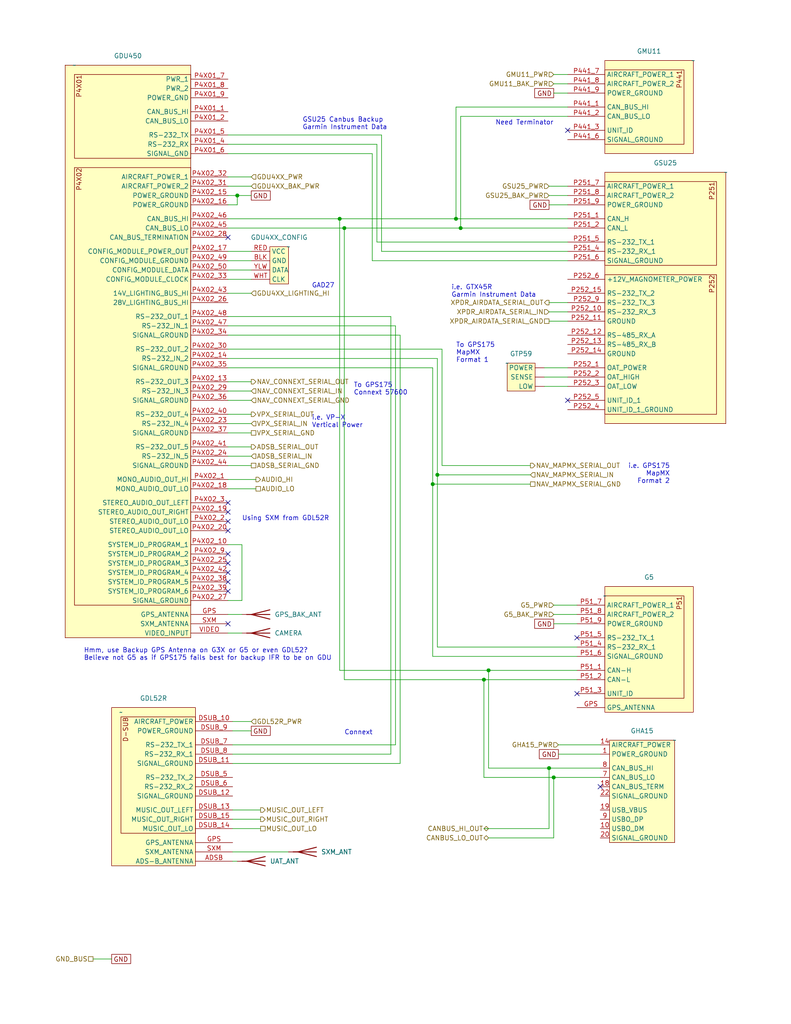
<source format=kicad_sch>
(kicad_sch (version 20230121) (generator eeschema)
  (paper "USLetter" portrait)
  (title_block (title "PFD & ADAHRS") (date "2024-02-03") (rev "0.5") (company "N915SN Angry Bird"))
  (lib_symbols
    (symbol "Device:Antenna" (pin_numbers hide) (pin_names (offset 1.016) hide)
      (property "Reference" "AE" (at -1.905 1.905 0))
      (property "Value" "Antenna" (at -1.905 0 0))
      (symbol "Antenna_0_1"
        (polyline (pts (xy 0 2.54) (xy 0 -3.81)) (stroke (width 0.254)))
        (polyline (pts (xy 1.27 2.54) (xy 0 -2.54) (xy -1.27 2.54)) (stroke (width 0.254)))
      )
      (symbol "Antenna_1_1"
        (pin input line (at 0 -5.08 90) (length 2.54) (name "A") (number "1"))
      )
    )
    (symbol "flyerx:Garmin_Config"
      (property "Reference" "CONFIG" (at 3.81 1.27 0))
      (symbol "Garmin_Config_1_1"
        (rectangle (start 0 0) (end 5.08 -10.16) (fill (type background)))
        (pin passive line (at 10.16 -3.81 180) (length 5.08) (name "GND") (number "BLK"))
        (pin power_in line (at 10.16 -1.27 180) (length 5.08) (name "VCC") (number "RED"))
        (pin input line (at 10.16 -8.89 180) (length 5.08) (name "CLK") (number "WHT"))
        (pin bidirectional line (at 10.16 -6.35 180) (length 5.08) (name "DATA") (number "YLW"))
      )
    )
    (symbol "flyerx:Garmin_G5"
      (property "Reference" "G" (at 0 1.27 0))
      (symbol "Garmin_G5_1_1"
        (rectangle (start 0 0) (end 24.13 -34.29) (fill (type background)))
        (rectangle (start 2.54 -2.54) (end 24.13 -30.48) (fill (type background)))
        (text "P51" (at 3.81 -2.54 900) (effects (font (size 1.27 1.27)) (justify right)))
        (pin input line (at 31.75 -33.02 180) (length 7.62) (name "GPS_ANTENNA") (number "GPS"))
        (pin bidirectional line (at 31.75 -22.86 180) (length 7.62) (name "CAN-H") (number "P51_1"))
        (pin bidirectional line (at 31.75 -25.4 180) (length 7.62) (name "CAN-L") (number "P51_2"))
        (pin bidirectional line (at 31.75 -29.21 180) (length 7.62) (name "UNIT_ID") (number "P51_3"))
        (pin input line (at 31.75 -16.51 180) (length 7.62) (name "RS-232_RX_1") (number "P51_4"))
        (pin output line (at 31.75 -13.97 180) (length 7.62) (name "RS-232_TX_1") (number "P51_5"))
        (pin passive line (at 31.75 -19.05 180) (length 7.62) (name "SIGNAL_GROUND") (number "P51_6"))
        (pin power_in line (at 31.75 -5.08 180) (length 7.62) (name "AIRCRAFT_POWER_1") (number "P51_7"))
        (pin power_in line (at 31.75 -7.62 180) (length 7.62) (name "AIRCRAFT_POWER_2") (number "P51_8"))
        (pin passive line (at 31.75 -10.16 180) (length 7.62) (name "POWER_GROUND") (number "P51_9"))
      )
    )
    (symbol "flyerx:Garmin_GDL52R"
      (property "Reference" "GDL" (at 3.81 1.27 0))
      (symbol "Garmin_GDL52R_1_1"
        (rectangle (start 0 0) (end 22.86 -43.18) (fill (type background)))
        (rectangle (start 2.54 -2.54) (end 22.86 -34.29) (fill (type background)))
        (text "D-SUB" (at 3.81 -2.54 900) (effects (font (size 1.27 1.27)) (justify right)))
        (pin input line (at 33.02 -41.91 180) (length 10.16) (name "ADS-B_ANTENNA") (number "ADSB"))
        (pin input line (at 33.02 -3.81 180) (length 10.16) (name "AIRCRAFT_POWER") (number "DSUB_10"))
        (pin passive line (at 33.02 -15.24 180) (length 10.16) (name "SIGNAL_GROUND") (number "DSUB_11"))
        (pin passive line (at 33.02 -24.13 180) (length 10.16) (name "SIGNAL_GROUND") (number "DSUB_12"))
        (pin output line (at 33.02 -27.94 180) (length 10.16) (name "MUSIC_OUT_LEFT") (number "DSUB_13"))
        (pin passive line (at 33.02 -33.02 180) (length 10.16) (name "MUSIC_OUT_LO") (number "DSUB_14"))
        (pin output line (at 33.02 -30.48 180) (length 10.16) (name "MUSIC_OUT_RIGHT") (number "DSUB_15"))
        (pin output line (at 33.02 -19.05 180) (length 10.16) (name "RS-232_TX_2") (number "DSUB_5"))
        (pin input line (at 33.02 -21.59 180) (length 10.16) (name "RS-232_RX_2") (number "DSUB_6"))
        (pin output line (at 33.02 -10.16 180) (length 10.16) (name "RS-232_TX_1") (number "DSUB_7"))
        (pin input line (at 33.02 -12.7 180) (length 10.16) (name "RS-232_RX_1") (number "DSUB_8"))
        (pin passive line (at 33.02 -6.35 180) (length 10.16) (name "POWER_GROUND") (number "DSUB_9"))
        (pin input line (at 33.02 -36.83 180) (length 10.16) (name "GPS_ANTENNA") (number "GPS"))
        (pin input line (at 33.02 -39.37 180) (length 10.16) (name "SXM_ANTENNA") (number "SXM"))
      )
    )
    (symbol "flyerx:Garmin_GDU4XX"
      (property "Reference" "GDU" (at 3.81 1.27 0))
      (symbol "Garmin_GDU4XX_1_1"
        (rectangle (start 0 0) (end 34.29 -156.21) (fill (type background)))
        (rectangle (start 2.54 -27.94) (end 34.29 -147.32) (fill (type background)))
        (rectangle (start 2.54 -2.54) (end 34.29 -25.4) (fill (type background)))
        (text "P4X01" (at 3.81 -2.54 900) (effects (font (size 1.27 1.27)) (justify right)))
        (text "P4X02" (at 3.81 -27.94 900) (effects (font (size 1.27 1.27)) (justify right)))
        (pin input line (at 44.45 -149.86 180) (length 10.16) (name "GPS_ANTENNA") (number "GPS"))
        (pin bidirectional line (at 44.45 -12.7 180) (length 10.16) (name "CAN_BUS_HI") (number "P4X01_1"))
        (pin bidirectional line (at 44.45 -15.24 180) (length 10.16) (name "CAN_BUS_LO") (number "P4X01_2"))
        (pin input line (at 44.45 -21.59 180) (length 10.16) (name "RS-232_RX") (number "P4X01_4"))
        (pin output line (at 44.45 -19.05 180) (length 10.16) (name "RS-232_TX") (number "P4X01_5"))
        (pin passive line (at 44.45 -24.13 180) (length 10.16) (name "SIGNAL_GND") (number "P4X01_6"))
        (pin power_in line (at 44.45 -3.81 180) (length 10.16) (name "PWR_1") (number "P4X01_7"))
        (pin power_in line (at 44.45 -6.35 180) (length 10.16) (name "PWR_2") (number "P4X01_8"))
        (pin passive line (at 44.45 -8.89 180) (length 10.16) (name "POWER_GND") (number "P4X01_9"))
        (pin output line (at 44.45 -113.03 180) (length 10.16) (name "MONO_AUDIO_OUT_HI") (number "P4X02_1"))
        (pin bidirectional line (at 44.45 -130.81 180) (length 10.16) (name "SYSTEM_ID_PROGRAM_1") (number "P4X02_10"))
        (pin output line (at 44.45 -86.36 180) (length 10.16) (name "RS-232_OUT_3") (number "P4X02_13"))
        (pin input line (at 44.45 -80.01 180) (length 10.16) (name "RS-232_IN_2") (number "P4X02_14"))
        (pin passive line (at 44.45 -35.56 180) (length 10.16) (name "POWER_GROUND") (number "P4X02_15"))
        (pin passive line (at 44.45 -38.1 180) (length 10.16) (name "POWER_GROUND") (number "P4X02_16"))
        (pin power_out line (at 44.45 -50.8 180) (length 10.16) (name "CONFIG_MODULE_POWER_OUT") (number "P4X02_17"))
        (pin passive line (at 44.45 -115.57 180) (length 10.16) (name "MONO_AUDIO_OUT_LO") (number "P4X02_18"))
        (pin output line (at 44.45 -121.92 180) (length 10.16) (name "STEREO_AUDIO_OUT_RIGHT") (number "P4X02_19"))
        (pin passive line (at 44.45 -124.46 180) (length 10.16) (name "STEREO_AUDIO_OUT_LO") (number "P4X02_2"))
        (pin passive line (at 44.45 -127 180) (length 10.16) (name "STEREO_AUDIO_OUT_LO") (number "P4X02_20"))
        (pin input line (at 44.45 -97.79 180) (length 10.16) (name "RS-232_IN_4") (number "P4X02_23"))
        (pin input line (at 44.45 -106.68 180) (length 10.16) (name "RS-232_IN_5") (number "P4X02_24"))
        (pin bidirectional line (at 44.45 -135.89 180) (length 10.16) (name "SYSTEM_ID_PROGRAM_3") (number "P4X02_25"))
        (pin input line (at 44.45 -64.77 180) (length 10.16) (name "28V_LIGHTING_BUS_HI") (number "P4X02_26"))
        (pin passive line (at 44.45 -146.05 180) (length 10.16) (name "SIGNAL_GROUND") (number "P4X02_27"))
        (pin passive line (at 44.45 -46.99 180) (length 10.16) (name "CAN_BUS_TERMINATION") (number "P4X02_28"))
        (pin input line (at 44.45 -88.9 180) (length 10.16) (name "RS-232_IN_3") (number "P4X02_29"))
        (pin output line (at 44.45 -119.38 180) (length 10.16) (name "STEREO_AUDIO_OUT_LEFT") (number "P4X02_3"))
        (pin output line (at 44.45 -77.47 180) (length 10.16) (name "RS-232_OUT_2") (number "P4X02_30"))
        (pin power_in line (at 44.45 -33.02 180) (length 10.16) (name "AIRCRAFT_POWER_2") (number "P4X02_31"))
        (pin power_in line (at 44.45 -30.48 180) (length 10.16) (name "AIRCRAFT_POWER_1") (number "P4X02_32"))
        (pin output line (at 44.45 -58.42 180) (length 10.16) (name "CONFIG_MODULE_CLOCK") (number "P4X02_33"))
        (pin passive line (at 44.45 -73.66 180) (length 10.16) (name "SIGNAL_GROUND") (number "P4X02_34"))
        (pin passive line (at 44.45 -82.55 180) (length 10.16) (name "SIGNAL_GROUND") (number "P4X02_35"))
        (pin passive line (at 44.45 -91.44 180) (length 10.16) (name "SIGNAL_GROUND") (number "P4X02_36"))
        (pin passive line (at 44.45 -100.33 180) (length 10.16) (name "SIGNAL_GROUND") (number "P4X02_37"))
        (pin bidirectional line (at 44.45 -140.97 180) (length 10.16) (name "SYSTEM_ID_PROGRAM_5") (number "P4X02_38"))
        (pin bidirectional line (at 44.45 -143.51 180) (length 10.16) (name "SYSTEM_ID_PROGRAM_6") (number "P4X02_39"))
        (pin output line (at 44.45 -95.25 180) (length 10.16) (name "RS-232_OUT_4") (number "P4X02_40"))
        (pin output line (at 44.45 -104.14 180) (length 10.16) (name "RS-232_OUT_5") (number "P4X02_41"))
        (pin bidirectional line (at 44.45 -138.43 180) (length 10.16) (name "SYSTEM_ID_PROGRAM_4") (number "P4X02_42"))
        (pin input line (at 44.45 -62.23 180) (length 10.16) (name "14V_LIGHTING_BUS_HI") (number "P4X02_43"))
        (pin passive line (at 44.45 -109.22 180) (length 10.16) (name "SIGNAL_GROUND") (number "P4X02_44"))
        (pin bidirectional line (at 44.45 -44.45 180) (length 10.16) (name "CAN_BUS_LO") (number "P4X02_45"))
        (pin bidirectional line (at 44.45 -41.91 180) (length 10.16) (name "CAN_BUS_HI") (number "P4X02_46"))
        (pin input line (at 44.45 -71.12 180) (length 10.16) (name "RS-232_IN_1") (number "P4X02_47"))
        (pin output line (at 44.45 -68.58 180) (length 10.16) (name "RS-232_OUT_1") (number "P4X02_48"))
        (pin passive line (at 44.45 -53.34 180) (length 10.16) (name "CONFIG_MODULE_GROUND") (number "P4X02_49"))
        (pin bidirectional line (at 44.45 -55.88 180) (length 10.16) (name "CONFIG_MODULE_DATA") (number "P4X02_50"))
        (pin bidirectional line (at 44.45 -133.35 180) (length 10.16) (name "SYSTEM_ID_PROGRAM_2") (number "P4X02_9"))
        (pin input line (at 44.45 -152.4 180) (length 10.16) (name "SXM_ANTENNA") (number "SXM"))
        (pin input line (at 44.45 -154.94 180) (length 10.16) (name "VIDEO_INPUT") (number "VIDEO"))
      )
    )
    (symbol "flyerx:Garmin_GHA15"
      (property "Reference" "GHA" (at 1.27 1.27 0))
      (symbol "Garmin_GHA15_1_1"
        (rectangle (start 0 0) (end 17.78 -27.94) (fill (type background)))
        (pin passive line (at 20.32 -3.81 180) (length 2.54) (name "POWER_GROUND") (number "1"))
        (pin bidirectional line (at 20.32 -24.13 180) (length 2.54) (name "USBO_DM") (number "10"))
        (pin power_in line (at 20.32 -1.27 180) (length 2.54) (name "AIRCRAFT_POWER") (number "14"))
        (pin output line (at 20.32 -12.7 180) (length 2.54) (name "CAN_BUS_TERM") (number "18"))
        (pin power_in line (at 20.32 -19.05 180) (length 2.54) (name "USB_VBUS") (number "19"))
        (pin passive line (at 20.32 -26.67 180) (length 2.54) (name "SIGNAL_GROUND") (number "20"))
        (pin passive line (at 20.32 -15.24 180) (length 2.54) (name "SIGNAL_GROUND") (number "22"))
        (pin bidirectional line (at 20.32 -10.16 180) (length 2.54) (name "CAN_BUS_LO") (number "7"))
        (pin bidirectional line (at 20.32 -7.62 180) (length 2.54) (name "CAN_BUS_HI") (number "8"))
        (pin bidirectional line (at 20.32 -21.59 180) (length 2.54) (name "USBO_DP") (number "9"))
      )
    )
    (symbol "flyerx:Garmin_GMU11"
      (property "Reference" "GMU" (at 3.81 1.27 0))
      (symbol "Garmin_GMU11_1_1"
        (rectangle (start 0 0) (end 24.13 -25.4) (fill (type background)))
        (rectangle (start 2.54 -2.54) (end 24.13 -22.86) (fill (type background)))
        (text "P441" (at 3.81 -2.54 900) (effects (font (size 1.27 1.27)) (justify right)))
        (pin bidirectional line (at 34.29 -12.7 180) (length 10.16) (name "CAN_BUS_HI") (number "P441_1"))
        (pin bidirectional line (at 34.29 -15.24 180) (length 10.16) (name "CAN_BUS_LO") (number "P441_2"))
        (pin bidirectional line (at 34.29 -19.05 180) (length 10.16) (name "UNIT_ID") (number "P441_3"))
        (pin passive line (at 34.29 -21.59 180) (length 10.16) (name "SIGNAL_GROUND") (number "P441_6"))
        (pin power_in line (at 34.29 -3.81 180) (length 10.16) (name "AIRCRAFT_POWER_1") (number "P441_7"))
        (pin power_in line (at 34.29 -6.35 180) (length 10.16) (name "AIRCRAFT_POWER_2") (number "P441_8"))
        (pin passive line (at 34.29 -8.89 180) (length 10.16) (name "POWER_GROUND") (number "P441_9"))
      )
    )
    (symbol "flyerx:Garmin_GSU25"
      (property "Reference" "GSU" (at 3.81 1.27 0))
      (symbol "Garmin_GSU25_1_1"
        (rectangle (start 0 0) (end 33.02 -68.58) (fill (type background)))
        (rectangle (start 2.54 -27.94) (end 33.02 -66.04) (fill (type background)))
        (rectangle (start 2.54 -2.54) (end 33.02 -25.4) (fill (type background)))
        (text "P251" (at 3.81 -2.54 900) (effects (font (size 1.27 1.27)) (justify right)))
        (text "P252" (at 3.81 -27.94 900) (effects (font (size 1.27 1.27)) (justify right)))
        (pin bidirectional line (at 43.18 -12.7 180) (length 10.16) (name "CAN_H") (number "P251_1"))
        (pin bidirectional line (at 43.18 -15.24 180) (length 10.16) (name "CAN_L") (number "P251_2"))
        (pin input line (at 43.18 -21.59 180) (length 10.16) (name "RS-232_RX_1") (number "P251_4"))
        (pin output line (at 43.18 -19.05 180) (length 10.16) (name "RS-232_TX_1") (number "P251_5"))
        (pin bidirectional line (at 43.18 -24.13 180) (length 10.16) (name "SIGNAL_GROUND") (number "P251_6"))
        (pin power_in line (at 43.18 -3.81 180) (length 10.16) (name "AIRCRAFT_POWER_1") (number "P251_7"))
        (pin power_in line (at 43.18 -6.35 180) (length 10.16) (name "AIRCRAFT_POWER_2") (number "P251_8"))
        (pin bidirectional line (at 43.18 -8.89 180) (length 10.16) (name "POWER_GROUND") (number "P251_9"))
        (pin power_out line (at 43.18 -53.34 180) (length 10.16) (name "OAT_POWER") (number "P252_1"))
        (pin input line (at 43.18 -38.1 180) (length 10.16) (name "RS-232_RX_3") (number "P252_10"))
        (pin bidirectional line (at 43.18 -40.64 180) (length 10.16) (name "GROUND") (number "P252_11"))
        (pin input line (at 43.18 -44.45 180) (length 10.16) (name "RS-485_RX_A") (number "P252_12"))
        (pin input line (at 43.18 -46.99 180) (length 10.16) (name "RS-485_RX_B") (number "P252_13"))
        (pin bidirectional line (at 43.18 -49.53 180) (length 10.16) (name "GROUND") (number "P252_14"))
        (pin output line (at 43.18 -33.02 180) (length 10.16) (name "RS-232_TX_2") (number "P252_15"))
        (pin input line (at 43.18 -55.88 180) (length 10.16) (name "OAT_HIGH") (number "P252_2"))
        (pin bidirectional line (at 43.18 -58.42 180) (length 10.16) (name "OAT_LOW") (number "P252_3"))
        (pin bidirectional line (at 43.18 -64.77 180) (length 10.16) (name "UNIT_ID_1_GROUND") (number "P252_4"))
        (pin bidirectional line (at 43.18 -62.23 180) (length 10.16) (name "UNIT_ID_1") (number "P252_5"))
        (pin power_out line (at 43.18 -29.21 180) (length 10.16) (name "+12V_MAGNOMETER_POWER") (number "P252_6"))
        (pin output line (at 43.18 -35.56 180) (length 10.16) (name "RS-232_TX_3") (number "P252_9"))
      )
    )
    (symbol "flyerx:Garmin_GTP59"
      (property "Reference" "GTP" (at 3.81 1.27 0))
      (symbol "Garmin_GTP59_1_1"
        (rectangle (start 0 0) (end 7.62 -7.62) (fill (type background)))
        (pin passive line (at 10.16 -6.35 180) (length 2.54) (name "LOW") (number ""))
        (pin power_in line (at 10.16 -1.27 180) (length 2.54) (name "POWER") (number ""))
        (pin output line (at 10.16 -3.81 180) (length 2.54) (name "SENSE") (number ""))
      )
    )
  )
  (junction (at 151.13 212.09))
  (junction (at 125.73 62.23))
  (junction (at 92.71 59.69))
  (junction (at 149.86 209.55))
  (junction (at 132.08 185.42))
  (junction (at 93.98 62.23))
  (junction (at 133.35 182.88))
  (junction (at 124.46 59.69))
  (junction (at 118.11 132.08))
  (junction (at 119.38 129.54))
  (junction (at 64.77 53.34))
  (no_connect (at 62.23 151.13))
  (no_connect (at 163.83 214.63))
  (no_connect (at 154.94 35.56))
  (no_connect (at 62.23 156.21))
  (no_connect (at 157.48 189.23))
  (no_connect (at 62.23 161.29))
  (no_connect (at 62.23 144.78))
  (no_connect (at 154.94 109.22))
  (no_connect (at 62.23 153.67))
  (no_connect (at 62.23 64.77))
  (no_connect (at 62.23 170.18))
  (no_connect (at 62.23 158.75))
  (no_connect (at 62.23 139.7))
  (no_connect (at 157.48 173.99))
  (no_connect (at 62.23 137.16))
  (no_connect (at 62.23 142.24))
  (wire (pts (xy 154.94 68.58) (xy 104.14 68.58)))
  (wire (pts (xy 62.23 76.2) (xy 68.58 76.2)))
  (wire (pts (xy 148.59 105.41) (xy 154.94 105.41)))
  (wire (pts (xy 163.83 209.55) (xy 149.86 209.55)))
  (wire (pts (xy 118.11 132.08) (xy 144.78 132.08)))
  (wire (pts (xy 62.23 59.69) (xy 92.71 59.69)))
  (wire (pts (xy 152.4 205.74) (xy 163.83 205.74)))
  (wire (pts (xy 62.23 55.88) (xy 64.77 55.88)))
  (wire (pts (xy 62.23 39.37) (xy 102.87 39.37)))
  (wire (pts (xy 149.86 50.8) (xy 154.94 50.8)))
  (wire (pts (xy 62.23 68.58) (xy 68.58 68.58)))
  (wire (pts (xy 64.77 55.88) (xy 64.77 53.34)))
  (wire (pts (xy 63.5 223.52) (xy 71.12 223.52)))
  (wire (pts (xy 124.46 59.69) (xy 154.94 59.69)))
  (wire (pts (xy 25.4 261.62) (xy 30.48 261.62)))
  (wire (pts (xy 119.38 97.79) (xy 62.23 97.79)))
  (wire (pts (xy 101.6 71.12) (xy 101.6 41.91)))
  (wire (pts (xy 149.86 85.09) (xy 154.94 85.09)))
  (wire (pts (xy 62.23 86.36) (xy 106.68 86.36)))
  (wire (pts (xy 149.86 209.55) (xy 149.86 226.06)))
  (wire (pts (xy 120.65 95.25) (xy 62.23 95.25)))
  (wire (pts (xy 149.86 82.55) (xy 154.94 82.55)))
  (wire (pts (xy 154.94 31.75) (xy 125.73 31.75)))
  (wire (pts (xy 66.04 148.59) (xy 66.04 163.83)))
  (wire (pts (xy 104.14 36.83) (xy 104.14 68.58)))
  (wire (pts (xy 63.5 220.98) (xy 71.12 220.98)))
  (wire (pts (xy 62.23 109.22) (xy 68.58 109.22)))
  (wire (pts (xy 63.5 232.41) (xy 78.74 232.41)))
  (wire (pts (xy 102.87 39.37) (xy 102.87 66.04)))
  (wire (pts (xy 62.23 71.12) (xy 68.58 71.12)))
  (wire (pts (xy 63.5 205.74) (xy 106.68 205.74)))
  (wire (pts (xy 132.08 212.09) (xy 132.08 185.42)))
  (wire (pts (xy 118.11 179.07) (xy 118.11 132.08)))
  (wire (pts (xy 63.5 199.39) (xy 68.58 199.39)))
  (wire (pts (xy 62.23 91.44) (xy 109.22 91.44)))
  (wire (pts (xy 149.86 226.06) (xy 132.08 226.06)))
  (wire (pts (xy 120.65 127) (xy 120.65 95.25)))
  (wire (pts (xy 62.23 130.81) (xy 69.85 130.81)))
  (wire (pts (xy 125.73 31.75) (xy 125.73 62.23)))
  (wire (pts (xy 149.86 87.63) (xy 154.94 87.63)))
  (wire (pts (xy 149.86 209.55) (xy 133.35 209.55)))
  (wire (pts (xy 62.23 53.34) (xy 64.77 53.34)))
  (wire (pts (xy 151.13 212.09) (xy 132.08 212.09)))
  (wire (pts (xy 151.13 165.1) (xy 157.48 165.1)))
  (wire (pts (xy 154.94 66.04) (xy 102.87 66.04)))
  (wire (pts (xy 93.98 185.42) (xy 132.08 185.42)))
  (wire (pts (xy 62.23 124.46) (xy 68.58 124.46)))
  (wire (pts (xy 132.08 185.42) (xy 157.48 185.42)))
  (wire (pts (xy 101.6 71.12) (xy 154.94 71.12)))
  (wire (pts (xy 62.23 167.64) (xy 66.04 167.64)))
  (wire (pts (xy 63.5 234.95) (xy 64.77 234.95)))
  (wire (pts (xy 109.22 91.44) (xy 109.22 208.28)))
  (wire (pts (xy 151.13 22.86) (xy 154.94 22.86)))
  (wire (pts (xy 62.23 80.01) (xy 68.58 80.01)))
  (wire (pts (xy 133.35 182.88) (xy 157.48 182.88)))
  (wire (pts (xy 62.23 36.83) (xy 104.14 36.83)))
  (wire (pts (xy 62.23 121.92) (xy 68.58 121.92)))
  (wire (pts (xy 157.48 179.07) (xy 118.11 179.07)))
  (wire (pts (xy 149.86 53.34) (xy 154.94 53.34)))
  (wire (pts (xy 62.23 62.23) (xy 93.98 62.23)))
  (wire (pts (xy 101.6 41.91) (xy 62.23 41.91)))
  (wire (pts (xy 151.13 20.32) (xy 154.94 20.32)))
  (wire (pts (xy 149.86 55.88) (xy 154.94 55.88)))
  (wire (pts (xy 107.95 88.9) (xy 107.95 203.2)))
  (wire (pts (xy 119.38 129.54) (xy 119.38 97.79)))
  (wire (pts (xy 119.38 176.53) (xy 119.38 129.54)))
  (wire (pts (xy 62.23 50.8) (xy 68.58 50.8)))
  (wire (pts (xy 120.65 127) (xy 144.78 127)))
  (wire (pts (xy 63.5 196.85) (xy 68.58 196.85)))
  (wire (pts (xy 125.73 62.23) (xy 154.94 62.23)))
  (wire (pts (xy 62.23 133.35) (xy 69.85 133.35)))
  (wire (pts (xy 62.23 113.03) (xy 68.58 113.03)))
  (wire (pts (xy 133.35 209.55) (xy 133.35 182.88)))
  (wire (pts (xy 62.23 172.72) (xy 66.04 172.72)))
  (wire (pts (xy 62.23 48.26) (xy 68.58 48.26)))
  (wire (pts (xy 151.13 170.18) (xy 157.48 170.18)))
  (wire (pts (xy 118.11 100.33) (xy 62.23 100.33)))
  (wire (pts (xy 106.68 86.36) (xy 106.68 205.74)))
  (wire (pts (xy 151.13 212.09) (xy 163.83 212.09)))
  (wire (pts (xy 151.13 228.6) (xy 133.35 228.6)))
  (wire (pts (xy 62.23 106.68) (xy 68.58 106.68)))
  (wire (pts (xy 148.59 102.87) (xy 154.94 102.87)))
  (wire (pts (xy 157.48 176.53) (xy 119.38 176.53)))
  (wire (pts (xy 62.23 104.14) (xy 68.58 104.14)))
  (wire (pts (xy 148.59 100.33) (xy 154.94 100.33)))
  (wire (pts (xy 93.98 62.23) (xy 125.73 62.23)))
  (wire (pts (xy 93.98 62.23) (xy 93.98 185.42)))
  (wire (pts (xy 118.11 132.08) (xy 118.11 100.33)))
  (wire (pts (xy 62.23 118.11) (xy 68.58 118.11)))
  (wire (pts (xy 62.23 88.9) (xy 107.95 88.9)))
  (wire (pts (xy 154.94 29.21) (xy 124.46 29.21)))
  (wire (pts (xy 151.13 212.09) (xy 151.13 228.6)))
  (wire (pts (xy 92.71 59.69) (xy 92.71 182.88)))
  (wire (pts (xy 62.23 115.57) (xy 68.58 115.57)))
  (wire (pts (xy 92.71 59.69) (xy 124.46 59.69)))
  (wire (pts (xy 151.13 25.4) (xy 154.94 25.4)))
  (wire (pts (xy 92.71 182.88) (xy 133.35 182.88)))
  (wire (pts (xy 63.5 226.06) (xy 71.12 226.06)))
  (wire (pts (xy 63.5 203.2) (xy 107.95 203.2)))
  (wire (pts (xy 62.23 127) (xy 68.58 127)))
  (wire (pts (xy 63.5 208.28) (xy 109.22 208.28)))
  (wire (pts (xy 62.23 148.59) (xy 66.04 148.59)))
  (wire (pts (xy 119.38 129.54) (xy 144.78 129.54)))
  (wire (pts (xy 62.23 73.66) (xy 68.58 73.66)))
  (wire (pts (xy 151.13 167.64) (xy 157.48 167.64)))
  (wire (pts (xy 152.4 203.2) (xy 163.83 203.2)))
  (wire (pts (xy 66.04 163.83) (xy 62.23 163.83)))
  (wire (pts (xy 124.46 29.21) (xy 124.46 59.69)))
  (wire (pts (xy 64.77 53.34) (xy 68.58 53.34)))
  (text "i.e. VP-X\nVertical Power" (at 85.09 116.84 0) (effects (font (size 1.27 1.27)) (justify left bottom)))
  (text "Using SXM from GDL52R" (at 66.04 142.24 0) (effects (font (size 1.27 1.27)) (justify left bottom)))
  (text "GAD27" (at 85.09 78.74 0) (effects (font (size 1.27 1.27)) (justify left bottom)))
  (text "Connext" (at 93.98 200.66 0) (effects (font (size 1.27 1.27)) (justify left bottom)))
  (text "i.e. GPS175\nMapMX\nFormat 2" (at 182.88 132.08 0) (effects (font (size 1.27 1.27)) (justify right bottom)))
  (text "i.e. GTX45R\nGarmin Instrument Data" (at 123.19 81.28 0) (effects (font (size 1.27 1.27)) (justify left bottom)))
  (text "Need Terminator" (at 151.13 34.29 0) (effects (font (size 1.27 1.27)) (justify right bottom)))
  (text "Hmm, use Backup GPS Antenna on G3X or G5 or even GDL52?\nBelieve not G5 as if GPS175 fails best for backup IFR to be on GDU" (at 22.86 180.34 0) (effects (font (size 1.27 1.27)) (justify left bottom)))
  (text "GSU25 Canbus Backup\nGarmin Instrument Data" (at 82.55 35.56 0) (effects (font (size 1.27 1.27)) (justify left bottom)))
  (text "To GPS175\nMapMX\nFormat 1" (at 124.46 99.06 0) (effects (font (size 1.27 1.27)) (justify left bottom)))
  (text "To GPS175\nConnext 57600" (at 96.52 107.95 0) (effects (font (size 1.27 1.27)) (justify left bottom)))
  (global_label "GND" (shape passive) (at 151.13 170.18 180) (property "Intersheetrefs" "${INTERSHEET_REFS}" (effects hide)))
  (global_label "GND" (shape passive) (at 68.58 199.39 0) (property "Intersheetrefs" "${INTERSHEET_REFS}" (effects hide)))
  (global_label "GND" (shape passive) (at 30.48 261.62 0) (property "Intersheetrefs" "${INTERSHEET_REFS}" (effects hide)))
  (global_label "GND" (shape passive) (at 149.86 55.88 180) (property "Intersheetrefs" "${INTERSHEET_REFS}" (effects hide)))
  (global_label "GND" (shape passive) (at 68.58 53.34 0) (property "Intersheetrefs" "${INTERSHEET_REFS}" (effects hide)))
  (global_label "GND" (shape passive) (at 151.13 25.4 180) (property "Intersheetrefs" "${INTERSHEET_REFS}" (effects hide)))
  (global_label "GND" (shape passive) (at 152.4 205.74 180) (property "Intersheetrefs" "${INTERSHEET_REFS}" (effects hide)))
  (hierarchical_label "GHA15_PWR" (shape input) (at 152.4 203.2 180))
  (hierarchical_label "ADSB_SERIAL_IN" (shape input) (at 68.58 124.46 0))
  (hierarchical_label "VPX_SERIAL_GND" (shape passive) (at 68.58 118.11 0))
  (hierarchical_label "XPDR_AIRDATA_SERIAL_OUT" (shape output) (at 149.86 82.55 180))
  (hierarchical_label "MUSIC_OUT_LO" (shape passive) (at 71.12 226.06 0))
  (hierarchical_label "GMU11_BAK_PWR" (shape input) (at 151.13 22.86 180))
  (hierarchical_label "GDU4XX_LIGHTING_HI" (shape input) (at 68.58 80.01 0))
  (hierarchical_label "CANBUS_HI_OUT" (shape bidirectional) (at 133.35 226.06 180))
  (hierarchical_label "GMU11_PWR" (shape input) (at 151.13 20.32 180))
  (hierarchical_label "GDU4XX_PWR" (shape input) (at 68.58 48.26 0))
  (hierarchical_label "AUDIO_HI" (shape output) (at 69.85 130.81 0))
  (hierarchical_label "NAV_MAPMX_SERIAL_GND" (shape passive) (at 144.78 132.08 0))
  (hierarchical_label "NAV_MAPMX_SERIAL_OUT" (shape output) (at 144.78 127 0))
  (hierarchical_label "MUSIC_OUT_RIGHT" (shape output) (at 71.12 223.52 0))
  (hierarchical_label "ADSB_SERIAL_GND" (shape passive) (at 68.58 127 0))
  (hierarchical_label "NAV_CONNEXT_SERIAL_OUT" (shape output) (at 68.58 104.14 0))
  (hierarchical_label "GDU4XX_BAK_PWR" (shape input) (at 68.58 50.8 0))
  (hierarchical_label "ADSB_SERIAL_OUT" (shape output) (at 68.58 121.92 0))
  (hierarchical_label "CANBUS_LO_OUT" (shape bidirectional) (at 133.35 228.6 180))
  (hierarchical_label "XPDR_AIRDATA_SERIAL_GND" (shape passive) (at 149.86 87.63 180))
  (hierarchical_label "NAV_MAPMX_SERIAL_IN" (shape input) (at 144.78 129.54 0))
  (hierarchical_label "GND_BUS" (shape passive) (at 25.4 261.62 180))
  (hierarchical_label "GSU25_BAK_PWR" (shape input) (at 149.86 53.34 180))
  (hierarchical_label "NAV_CONNEXT_SERIAL_GND" (shape input) (at 68.58 109.22 0))
  (hierarchical_label "AUDIO_LO" (shape passive) (at 69.85 133.35 0))
  (hierarchical_label "G5_PWR" (shape input) (at 151.13 165.1 180))
  (hierarchical_label "VPX_SERIAL_IN" (shape input) (at 68.58 115.57 0))
  (hierarchical_label "NAV_CONNEXT_SERIAL_IN" (shape input) (at 68.58 106.68 0))
  (hierarchical_label "GSU25_PWR" (shape input) (at 149.86 50.8 180))
  (hierarchical_label "MUSIC_OUT_LEFT" (shape output) (at 71.12 220.98 0))
  (hierarchical_label "GDL52R_PWR" (shape input) (at 68.58 196.85 0))
  (hierarchical_label "XPDR_AIRDATA_SERIAL_IN" (shape input) (at 149.86 85.09 180))
  (hierarchical_label "VPX_SERIAL_OUT" (shape output) (at 68.58 113.03 0))
  (hierarchical_label "G5_BAK_PWR" (shape input) (at 151.13 167.64 180))
  (symbol (lib_id "flyerx:Garmin_GDL52R") (at 30.48 193.04 0) (unit 1)
    (property "Reference" "GDL52R" (at 41.91 190.5 0))
    (property "Value" "~" (at 33.02 194.31 0))
  )
  (symbol (lib_id "flyerx:Garmin_GTP59") (at 138.43 99.06 0) (unit 1)
    (property "Reference" "GTP59" (at 142.24 96.52 0))
    (property "Value" "~" (at 138.43 99.06 0))
  )
  (symbol (lib_id "Device:Antenna") (at 71.12 172.72 270) (unit 1)
    (property "Reference" "CAMERA" (at 74.93 172.72 90) (effects (justify left)))
    (property "Value" "Antenna" (effects hide))
  )
  (symbol (lib_id "flyerx:Garmin_GSU25") (at 198.12 46.99 0) (mirror y) (unit 1)
    (property "Reference" "GSU25" (at 181.61 44.45 0))
    (property "Value" "~" (at 198.12 46.99 0))
  )
  (symbol (lib_id "flyerx:Garmin_G5") (at 189.23 160.02 0) (mirror y) (unit 1)
    (property "Reference" "G5" (at 177.165 157.48 0))
    (property "Value" "~" (at 165.1 162.56 0))
  )
  (symbol (lib_id "Device:Antenna") (at 83.82 232.41 270) (unit 1)
    (property "Reference" "SXM_ANT" (at 87.63 232.41 90) (effects (justify left)))
    (property "Value" "Antenna" (effects hide))
  )
  (symbol (lib_id "Device:Antenna") (at 71.12 167.64 270) (unit 1)
    (property "Reference" "GPS_BAK_ANT" (at 74.93 167.64 90) (effects (justify left)))
    (property "Value" "Antenna" (effects hide))
  )
  (symbol (lib_id "flyerx:Garmin_Config") (at 78.74 67.31 0) (mirror y) (unit 1)
    (property "Reference" "GDU4XX_CONFIG" (at 76.2 64.77 0))
    (property "Value" "~" (at 78.74 67.31 0))
  )
  (symbol (lib_id "Device:Antenna") (at 69.85 234.95 270) (unit 1)
    (property "Reference" "UAT_ANT" (at 73.66 234.95 90) (effects (justify left)))
    (property "Value" "Antenna" (effects hide))
  )
  (symbol (lib_id "flyerx:Garmin_GHA15") (at 184.15 201.93 0) (mirror y) (unit 1)
    (property "Reference" "GHA15" (at 175.26 199.39 0))
    (property "Value" "~" (at 184.15 201.93 0))
  )
  (symbol (lib_id "flyerx:Garmin_GDU4XX") (at 17.78 17.78 0) (unit 1)
    (property "Reference" "GDU450" (at 34.925 15.24 0))
    (property "Value" "~" (at 20.32 17.78 0))
  )
  (symbol (lib_id "flyerx:Garmin_GMU11") (at 189.23 16.51 0) (mirror y) (unit 1)
    (property "Reference" "GMU11" (at 177.165 13.97 0))
    (property "Value" "~" (at 189.23 16.51 0))
  )
)
</source>
